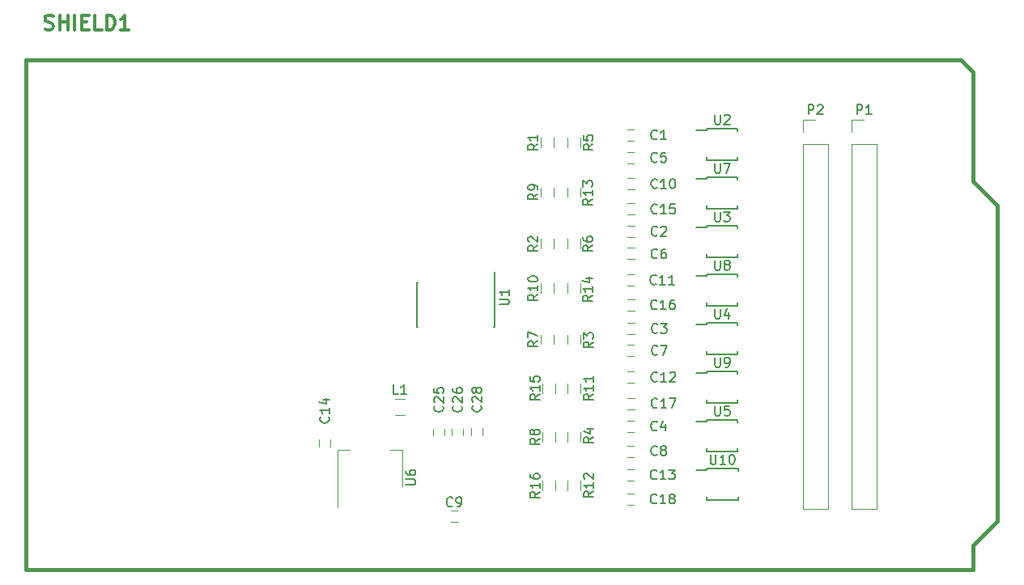
<source format=gbr>
G04 #@! TF.FileFunction,Legend,Top*
%FSLAX46Y46*%
G04 Gerber Fmt 4.6, Leading zero omitted, Abs format (unit mm)*
G04 Created by KiCad (PCBNEW 4.0.5) date Thursday, 11 May 2017 'PMt' 15:34:45*
%MOMM*%
%LPD*%
G01*
G04 APERTURE LIST*
%ADD10C,0.100000*%
%ADD11C,0.120000*%
%ADD12C,0.150000*%
%ADD13C,0.381000*%
%ADD14C,0.304800*%
G04 APERTURE END LIST*
D10*
D11*
X179010000Y-85090000D02*
X179010000Y-123250000D01*
X179010000Y-123250000D02*
X181670000Y-123250000D01*
X181670000Y-123250000D02*
X181670000Y-85090000D01*
X181670000Y-85090000D02*
X179010000Y-85090000D01*
X179010000Y-83820000D02*
X179010000Y-82490000D01*
X179010000Y-82490000D02*
X180340000Y-82490000D01*
X155600000Y-83500000D02*
X156300000Y-83500000D01*
X156300000Y-84700000D02*
X155600000Y-84700000D01*
X155621200Y-93583200D02*
X156321200Y-93583200D01*
X156321200Y-94783200D02*
X155621200Y-94783200D01*
X155621200Y-103794000D02*
X156321200Y-103794000D01*
X156321200Y-104994000D02*
X155621200Y-104994000D01*
X155600000Y-114000000D02*
X156300000Y-114000000D01*
X156300000Y-115200000D02*
X155600000Y-115200000D01*
X155600000Y-85900000D02*
X156300000Y-85900000D01*
X156300000Y-87100000D02*
X155600000Y-87100000D01*
X155621200Y-95920000D02*
X156321200Y-95920000D01*
X156321200Y-97120000D02*
X155621200Y-97120000D01*
X155600000Y-106080000D02*
X156300000Y-106080000D01*
X156300000Y-107280000D02*
X155600000Y-107280000D01*
X155600000Y-116600000D02*
X156300000Y-116600000D01*
X156300000Y-117800000D02*
X155600000Y-117800000D01*
X137800000Y-124600000D02*
X137100000Y-124600000D01*
X137100000Y-123400000D02*
X137800000Y-123400000D01*
X155621200Y-88604800D02*
X156321200Y-88604800D01*
X156321200Y-89804800D02*
X155621200Y-89804800D01*
X155600000Y-98714000D02*
X156300000Y-98714000D01*
X156300000Y-99914000D02*
X155600000Y-99914000D01*
X155600000Y-108874000D02*
X156300000Y-108874000D01*
X156300000Y-110074000D02*
X155600000Y-110074000D01*
X155600000Y-119084800D02*
X156300000Y-119084800D01*
X156300000Y-120284800D02*
X155600000Y-120284800D01*
X124500000Y-116000000D02*
X124500000Y-116700000D01*
X123300000Y-116700000D02*
X123300000Y-116000000D01*
X155621200Y-91246400D02*
X156321200Y-91246400D01*
X156321200Y-92446400D02*
X155621200Y-92446400D01*
X155621200Y-101304800D02*
X156321200Y-101304800D01*
X156321200Y-102504800D02*
X155621200Y-102504800D01*
X155621200Y-111600000D02*
X156321200Y-111600000D01*
X156321200Y-112800000D02*
X155621200Y-112800000D01*
X155600000Y-121600000D02*
X156300000Y-121600000D01*
X156300000Y-122800000D02*
X155600000Y-122800000D01*
X136430000Y-114840000D02*
X136430000Y-115540000D01*
X135230000Y-115540000D02*
X135230000Y-114840000D01*
X138430000Y-114840000D02*
X138430000Y-115540000D01*
X137230000Y-115540000D02*
X137230000Y-114840000D01*
X140430000Y-114800000D02*
X140430000Y-115500000D01*
X139230000Y-115500000D02*
X139230000Y-114800000D01*
X132280000Y-111690000D02*
X131280000Y-111690000D01*
X131280000Y-113390000D02*
X132280000Y-113390000D01*
X173930000Y-85090000D02*
X173930000Y-123250000D01*
X173930000Y-123250000D02*
X176590000Y-123250000D01*
X176590000Y-123250000D02*
X176590000Y-85090000D01*
X176590000Y-85090000D02*
X173930000Y-85090000D01*
X173930000Y-83820000D02*
X173930000Y-82490000D01*
X173930000Y-82490000D02*
X175260000Y-82490000D01*
X147880000Y-84400000D02*
X147880000Y-85400000D01*
X146520000Y-85400000D02*
X146520000Y-84400000D01*
X147880000Y-95000000D02*
X147880000Y-96000000D01*
X146520000Y-96000000D02*
X146520000Y-95000000D01*
X150680000Y-105000000D02*
X150680000Y-106000000D01*
X149320000Y-106000000D02*
X149320000Y-105000000D01*
X150680000Y-115200000D02*
X150680000Y-116200000D01*
X149320000Y-116200000D02*
X149320000Y-115200000D01*
X150680000Y-84400000D02*
X150680000Y-85400000D01*
X149320000Y-85400000D02*
X149320000Y-84400000D01*
X150680000Y-95000000D02*
X150680000Y-96000000D01*
X149320000Y-96000000D02*
X149320000Y-95000000D01*
X147880000Y-105000000D02*
X147880000Y-106000000D01*
X146520000Y-106000000D02*
X146520000Y-105000000D01*
X148080000Y-115200000D02*
X148080000Y-116200000D01*
X146720000Y-116200000D02*
X146720000Y-115200000D01*
X147880000Y-89600000D02*
X147880000Y-90600000D01*
X146520000Y-90600000D02*
X146520000Y-89600000D01*
X147880000Y-99660000D02*
X147880000Y-100660000D01*
X146520000Y-100660000D02*
X146520000Y-99660000D01*
X150680000Y-110100000D02*
X150680000Y-111100000D01*
X149320000Y-111100000D02*
X149320000Y-110100000D01*
X150680000Y-120300000D02*
X150680000Y-121300000D01*
X149320000Y-121300000D02*
X149320000Y-120300000D01*
X150680000Y-89600000D02*
X150680000Y-90600000D01*
X149320000Y-90600000D02*
X149320000Y-89600000D01*
X150680000Y-99660000D02*
X150680000Y-100660000D01*
X149320000Y-100660000D02*
X149320000Y-99660000D01*
X148080000Y-110100000D02*
X148080000Y-111100000D01*
X146720000Y-111100000D02*
X146720000Y-110100000D01*
X148080000Y-120300000D02*
X148080000Y-121300000D01*
X146720000Y-121300000D02*
X146720000Y-120300000D01*
D12*
X141650000Y-104175000D02*
X141625000Y-104175000D01*
X133600000Y-104175000D02*
X133625000Y-104175000D01*
X133600000Y-99525000D02*
X133625000Y-99525000D01*
X141700000Y-98450000D02*
X141700000Y-104175000D01*
X133600000Y-99525000D02*
X133600000Y-104175000D01*
X163865000Y-83465000D02*
X163865000Y-83640000D01*
X167115000Y-83465000D02*
X167115000Y-83740000D01*
X167115000Y-86715000D02*
X167115000Y-86440000D01*
X163865000Y-86715000D02*
X163865000Y-86440000D01*
X163865000Y-83465000D02*
X167115000Y-83465000D01*
X163865000Y-86715000D02*
X167115000Y-86715000D01*
X163865000Y-83640000D02*
X162790000Y-83640000D01*
X163865000Y-93625000D02*
X163865000Y-93800000D01*
X167115000Y-93625000D02*
X167115000Y-93900000D01*
X167115000Y-96875000D02*
X167115000Y-96600000D01*
X163865000Y-96875000D02*
X163865000Y-96600000D01*
X163865000Y-93625000D02*
X167115000Y-93625000D01*
X163865000Y-96875000D02*
X167115000Y-96875000D01*
X163865000Y-93800000D02*
X162790000Y-93800000D01*
X163865000Y-103785000D02*
X163865000Y-103960000D01*
X167115000Y-103785000D02*
X167115000Y-104060000D01*
X167115000Y-107035000D02*
X167115000Y-106760000D01*
X163865000Y-107035000D02*
X163865000Y-106760000D01*
X163865000Y-103785000D02*
X167115000Y-103785000D01*
X163865000Y-107035000D02*
X167115000Y-107035000D01*
X163865000Y-103960000D02*
X162790000Y-103960000D01*
X163865000Y-113945000D02*
X163865000Y-114120000D01*
X167115000Y-113945000D02*
X167115000Y-114220000D01*
X167115000Y-117195000D02*
X167115000Y-116920000D01*
X163865000Y-117195000D02*
X163865000Y-116920000D01*
X163865000Y-113945000D02*
X167115000Y-113945000D01*
X163865000Y-117195000D02*
X167115000Y-117195000D01*
X163865000Y-114120000D02*
X162790000Y-114120000D01*
D11*
X132060000Y-117080000D02*
X130800000Y-117080000D01*
X125240000Y-117080000D02*
X126500000Y-117080000D01*
X132060000Y-120840000D02*
X132060000Y-117080000D01*
X125240000Y-123090000D02*
X125240000Y-117080000D01*
D12*
X163865000Y-88545000D02*
X163865000Y-88720000D01*
X167115000Y-88545000D02*
X167115000Y-88820000D01*
X167115000Y-91795000D02*
X167115000Y-91520000D01*
X163865000Y-91795000D02*
X163865000Y-91520000D01*
X163865000Y-88545000D02*
X167115000Y-88545000D01*
X163865000Y-91795000D02*
X167115000Y-91795000D01*
X163865000Y-88720000D02*
X162790000Y-88720000D01*
X163865000Y-98705000D02*
X163865000Y-98880000D01*
X167115000Y-98705000D02*
X167115000Y-98980000D01*
X167115000Y-101955000D02*
X167115000Y-101680000D01*
X163865000Y-101955000D02*
X163865000Y-101680000D01*
X163865000Y-98705000D02*
X167115000Y-98705000D01*
X163865000Y-101955000D02*
X167115000Y-101955000D01*
X163865000Y-98880000D02*
X162790000Y-98880000D01*
X163865000Y-108865000D02*
X163865000Y-109040000D01*
X167115000Y-108865000D02*
X167115000Y-109140000D01*
X167115000Y-112115000D02*
X167115000Y-111840000D01*
X163865000Y-112115000D02*
X163865000Y-111840000D01*
X163865000Y-108865000D02*
X167115000Y-108865000D01*
X163865000Y-112115000D02*
X167115000Y-112115000D01*
X163865000Y-109040000D02*
X162790000Y-109040000D01*
X163890400Y-119025000D02*
X163890400Y-119200000D01*
X167140400Y-119025000D02*
X167140400Y-119300000D01*
X167140400Y-122275000D02*
X167140400Y-122000000D01*
X163890400Y-122275000D02*
X163890400Y-122000000D01*
X163890400Y-119025000D02*
X167140400Y-119025000D01*
X163890400Y-122275000D02*
X167140400Y-122275000D01*
X163890400Y-119200000D02*
X162815400Y-119200000D01*
D13*
X191765000Y-129550000D02*
X92705000Y-129550000D01*
X190495000Y-76210000D02*
X92705000Y-76210000D01*
X191765000Y-88910000D02*
X191765000Y-77480000D01*
X191765000Y-77480000D02*
X190495000Y-76210000D01*
X92705000Y-129550000D02*
X92705000Y-76210000D01*
X191765000Y-88910000D02*
X194305000Y-91450000D01*
X194305000Y-91450000D02*
X194305000Y-124470000D01*
X194305000Y-124470000D02*
X191765000Y-127010000D01*
X191765000Y-127010000D02*
X191765000Y-129550000D01*
D12*
X179601905Y-81942381D02*
X179601905Y-80942381D01*
X179982858Y-80942381D01*
X180078096Y-80990000D01*
X180125715Y-81037619D01*
X180173334Y-81132857D01*
X180173334Y-81275714D01*
X180125715Y-81370952D01*
X180078096Y-81418571D01*
X179982858Y-81466190D01*
X179601905Y-81466190D01*
X181125715Y-81942381D02*
X180554286Y-81942381D01*
X180840000Y-81942381D02*
X180840000Y-80942381D01*
X180744762Y-81085238D01*
X180649524Y-81180476D01*
X180554286Y-81228095D01*
X158684934Y-84481943D02*
X158637315Y-84529562D01*
X158494458Y-84577181D01*
X158399220Y-84577181D01*
X158256362Y-84529562D01*
X158161124Y-84434324D01*
X158113505Y-84339086D01*
X158065886Y-84148610D01*
X158065886Y-84005752D01*
X158113505Y-83815276D01*
X158161124Y-83720038D01*
X158256362Y-83624800D01*
X158399220Y-83577181D01*
X158494458Y-83577181D01*
X158637315Y-83624800D01*
X158684934Y-83672419D01*
X159637315Y-84577181D02*
X159065886Y-84577181D01*
X159351600Y-84577181D02*
X159351600Y-83577181D01*
X159256362Y-83720038D01*
X159161124Y-83815276D01*
X159065886Y-83862895D01*
X158707734Y-94574343D02*
X158660115Y-94621962D01*
X158517258Y-94669581D01*
X158422020Y-94669581D01*
X158279162Y-94621962D01*
X158183924Y-94526724D01*
X158136305Y-94431486D01*
X158088686Y-94241010D01*
X158088686Y-94098152D01*
X158136305Y-93907676D01*
X158183924Y-93812438D01*
X158279162Y-93717200D01*
X158422020Y-93669581D01*
X158517258Y-93669581D01*
X158660115Y-93717200D01*
X158707734Y-93764819D01*
X159088686Y-93764819D02*
X159136305Y-93717200D01*
X159231543Y-93669581D01*
X159469639Y-93669581D01*
X159564877Y-93717200D01*
X159612496Y-93764819D01*
X159660115Y-93860057D01*
X159660115Y-93955295D01*
X159612496Y-94098152D01*
X159041067Y-94669581D01*
X159660115Y-94669581D01*
X158735734Y-104751143D02*
X158688115Y-104798762D01*
X158545258Y-104846381D01*
X158450020Y-104846381D01*
X158307162Y-104798762D01*
X158211924Y-104703524D01*
X158164305Y-104608286D01*
X158116686Y-104417810D01*
X158116686Y-104274952D01*
X158164305Y-104084476D01*
X158211924Y-103989238D01*
X158307162Y-103894000D01*
X158450020Y-103846381D01*
X158545258Y-103846381D01*
X158688115Y-103894000D01*
X158735734Y-103941619D01*
X159069067Y-103846381D02*
X159688115Y-103846381D01*
X159354781Y-104227333D01*
X159497639Y-104227333D01*
X159592877Y-104274952D01*
X159640496Y-104322571D01*
X159688115Y-104417810D01*
X159688115Y-104655905D01*
X159640496Y-104751143D01*
X159592877Y-104798762D01*
X159497639Y-104846381D01*
X159211924Y-104846381D01*
X159116686Y-104798762D01*
X159069067Y-104751143D01*
X158684934Y-114961943D02*
X158637315Y-115009562D01*
X158494458Y-115057181D01*
X158399220Y-115057181D01*
X158256362Y-115009562D01*
X158161124Y-114914324D01*
X158113505Y-114819086D01*
X158065886Y-114628610D01*
X158065886Y-114485752D01*
X158113505Y-114295276D01*
X158161124Y-114200038D01*
X158256362Y-114104800D01*
X158399220Y-114057181D01*
X158494458Y-114057181D01*
X158637315Y-114104800D01*
X158684934Y-114152419D01*
X159542077Y-114390514D02*
X159542077Y-115057181D01*
X159303981Y-114009562D02*
X159065886Y-114723848D01*
X159684934Y-114723848D01*
X158684934Y-86869543D02*
X158637315Y-86917162D01*
X158494458Y-86964781D01*
X158399220Y-86964781D01*
X158256362Y-86917162D01*
X158161124Y-86821924D01*
X158113505Y-86726686D01*
X158065886Y-86536210D01*
X158065886Y-86393352D01*
X158113505Y-86202876D01*
X158161124Y-86107638D01*
X158256362Y-86012400D01*
X158399220Y-85964781D01*
X158494458Y-85964781D01*
X158637315Y-86012400D01*
X158684934Y-86060019D01*
X159589696Y-85964781D02*
X159113505Y-85964781D01*
X159065886Y-86440971D01*
X159113505Y-86393352D01*
X159208743Y-86345733D01*
X159446839Y-86345733D01*
X159542077Y-86393352D01*
X159589696Y-86440971D01*
X159637315Y-86536210D01*
X159637315Y-86774305D01*
X159589696Y-86869543D01*
X159542077Y-86917162D01*
X159446839Y-86964781D01*
X159208743Y-86964781D01*
X159113505Y-86917162D01*
X159065886Y-86869543D01*
X158715334Y-96927943D02*
X158667715Y-96975562D01*
X158524858Y-97023181D01*
X158429620Y-97023181D01*
X158286762Y-96975562D01*
X158191524Y-96880324D01*
X158143905Y-96785086D01*
X158096286Y-96594610D01*
X158096286Y-96451752D01*
X158143905Y-96261276D01*
X158191524Y-96166038D01*
X158286762Y-96070800D01*
X158429620Y-96023181D01*
X158524858Y-96023181D01*
X158667715Y-96070800D01*
X158715334Y-96118419D01*
X159572477Y-96023181D02*
X159382000Y-96023181D01*
X159286762Y-96070800D01*
X159239143Y-96118419D01*
X159143905Y-96261276D01*
X159096286Y-96451752D01*
X159096286Y-96832705D01*
X159143905Y-96927943D01*
X159191524Y-96975562D01*
X159286762Y-97023181D01*
X159477239Y-97023181D01*
X159572477Y-96975562D01*
X159620096Y-96927943D01*
X159667715Y-96832705D01*
X159667715Y-96594610D01*
X159620096Y-96499371D01*
X159572477Y-96451752D01*
X159477239Y-96404133D01*
X159286762Y-96404133D01*
X159191524Y-96451752D01*
X159143905Y-96499371D01*
X159096286Y-96594610D01*
X158744934Y-107037143D02*
X158697315Y-107084762D01*
X158554458Y-107132381D01*
X158459220Y-107132381D01*
X158316362Y-107084762D01*
X158221124Y-106989524D01*
X158173505Y-106894286D01*
X158125886Y-106703810D01*
X158125886Y-106560952D01*
X158173505Y-106370476D01*
X158221124Y-106275238D01*
X158316362Y-106180000D01*
X158459220Y-106132381D01*
X158554458Y-106132381D01*
X158697315Y-106180000D01*
X158744934Y-106227619D01*
X159078267Y-106132381D02*
X159744934Y-106132381D01*
X159316362Y-107132381D01*
X158684934Y-117552743D02*
X158637315Y-117600362D01*
X158494458Y-117647981D01*
X158399220Y-117647981D01*
X158256362Y-117600362D01*
X158161124Y-117505124D01*
X158113505Y-117409886D01*
X158065886Y-117219410D01*
X158065886Y-117076552D01*
X158113505Y-116886076D01*
X158161124Y-116790838D01*
X158256362Y-116695600D01*
X158399220Y-116647981D01*
X158494458Y-116647981D01*
X158637315Y-116695600D01*
X158684934Y-116743219D01*
X159256362Y-117076552D02*
X159161124Y-117028933D01*
X159113505Y-116981314D01*
X159065886Y-116886076D01*
X159065886Y-116838457D01*
X159113505Y-116743219D01*
X159161124Y-116695600D01*
X159256362Y-116647981D01*
X159446839Y-116647981D01*
X159542077Y-116695600D01*
X159589696Y-116743219D01*
X159637315Y-116838457D01*
X159637315Y-116886076D01*
X159589696Y-116981314D01*
X159542077Y-117028933D01*
X159446839Y-117076552D01*
X159256362Y-117076552D01*
X159161124Y-117124171D01*
X159113505Y-117171790D01*
X159065886Y-117267029D01*
X159065886Y-117457505D01*
X159113505Y-117552743D01*
X159161124Y-117600362D01*
X159256362Y-117647981D01*
X159446839Y-117647981D01*
X159542077Y-117600362D01*
X159589696Y-117552743D01*
X159637315Y-117457505D01*
X159637315Y-117267029D01*
X159589696Y-117171790D01*
X159542077Y-117124171D01*
X159446839Y-117076552D01*
X137283334Y-122912143D02*
X137235715Y-122959762D01*
X137092858Y-123007381D01*
X136997620Y-123007381D01*
X136854762Y-122959762D01*
X136759524Y-122864524D01*
X136711905Y-122769286D01*
X136664286Y-122578810D01*
X136664286Y-122435952D01*
X136711905Y-122245476D01*
X136759524Y-122150238D01*
X136854762Y-122055000D01*
X136997620Y-122007381D01*
X137092858Y-122007381D01*
X137235715Y-122055000D01*
X137283334Y-122102619D01*
X137759524Y-123007381D02*
X137950000Y-123007381D01*
X138045239Y-122959762D01*
X138092858Y-122912143D01*
X138188096Y-122769286D01*
X138235715Y-122578810D01*
X138235715Y-122197857D01*
X138188096Y-122102619D01*
X138140477Y-122055000D01*
X138045239Y-122007381D01*
X137854762Y-122007381D01*
X137759524Y-122055000D01*
X137711905Y-122102619D01*
X137664286Y-122197857D01*
X137664286Y-122435952D01*
X137711905Y-122531190D01*
X137759524Y-122578810D01*
X137854762Y-122626429D01*
X138045239Y-122626429D01*
X138140477Y-122578810D01*
X138188096Y-122531190D01*
X138235715Y-122435952D01*
X158688743Y-89617543D02*
X158641124Y-89665162D01*
X158498267Y-89712781D01*
X158403029Y-89712781D01*
X158260171Y-89665162D01*
X158164933Y-89569924D01*
X158117314Y-89474686D01*
X158069695Y-89284210D01*
X158069695Y-89141352D01*
X158117314Y-88950876D01*
X158164933Y-88855638D01*
X158260171Y-88760400D01*
X158403029Y-88712781D01*
X158498267Y-88712781D01*
X158641124Y-88760400D01*
X158688743Y-88808019D01*
X159641124Y-89712781D02*
X159069695Y-89712781D01*
X159355409Y-89712781D02*
X159355409Y-88712781D01*
X159260171Y-88855638D01*
X159164933Y-88950876D01*
X159069695Y-88998495D01*
X160260171Y-88712781D02*
X160355410Y-88712781D01*
X160450648Y-88760400D01*
X160498267Y-88808019D01*
X160545886Y-88903257D01*
X160593505Y-89093733D01*
X160593505Y-89331829D01*
X160545886Y-89522305D01*
X160498267Y-89617543D01*
X160450648Y-89665162D01*
X160355410Y-89712781D01*
X160260171Y-89712781D01*
X160164933Y-89665162D01*
X160117314Y-89617543D01*
X160069695Y-89522305D01*
X160022076Y-89331829D01*
X160022076Y-89093733D01*
X160069695Y-88903257D01*
X160117314Y-88808019D01*
X160164933Y-88760400D01*
X160260171Y-88712781D01*
X158593943Y-99671143D02*
X158546324Y-99718762D01*
X158403467Y-99766381D01*
X158308229Y-99766381D01*
X158165371Y-99718762D01*
X158070133Y-99623524D01*
X158022514Y-99528286D01*
X157974895Y-99337810D01*
X157974895Y-99194952D01*
X158022514Y-99004476D01*
X158070133Y-98909238D01*
X158165371Y-98814000D01*
X158308229Y-98766381D01*
X158403467Y-98766381D01*
X158546324Y-98814000D01*
X158593943Y-98861619D01*
X159546324Y-99766381D02*
X158974895Y-99766381D01*
X159260609Y-99766381D02*
X159260609Y-98766381D01*
X159165371Y-98909238D01*
X159070133Y-99004476D01*
X158974895Y-99052095D01*
X160498705Y-99766381D02*
X159927276Y-99766381D01*
X160212990Y-99766381D02*
X160212990Y-98766381D01*
X160117752Y-98909238D01*
X160022514Y-99004476D01*
X159927276Y-99052095D01*
X158695543Y-109831143D02*
X158647924Y-109878762D01*
X158505067Y-109926381D01*
X158409829Y-109926381D01*
X158266971Y-109878762D01*
X158171733Y-109783524D01*
X158124114Y-109688286D01*
X158076495Y-109497810D01*
X158076495Y-109354952D01*
X158124114Y-109164476D01*
X158171733Y-109069238D01*
X158266971Y-108974000D01*
X158409829Y-108926381D01*
X158505067Y-108926381D01*
X158647924Y-108974000D01*
X158695543Y-109021619D01*
X159647924Y-109926381D02*
X159076495Y-109926381D01*
X159362209Y-109926381D02*
X159362209Y-108926381D01*
X159266971Y-109069238D01*
X159171733Y-109164476D01*
X159076495Y-109212095D01*
X160028876Y-109021619D02*
X160076495Y-108974000D01*
X160171733Y-108926381D01*
X160409829Y-108926381D01*
X160505067Y-108974000D01*
X160552686Y-109021619D01*
X160600305Y-109116857D01*
X160600305Y-109212095D01*
X160552686Y-109354952D01*
X159981257Y-109926381D01*
X160600305Y-109926381D01*
X158644743Y-120041943D02*
X158597124Y-120089562D01*
X158454267Y-120137181D01*
X158359029Y-120137181D01*
X158216171Y-120089562D01*
X158120933Y-119994324D01*
X158073314Y-119899086D01*
X158025695Y-119708610D01*
X158025695Y-119565752D01*
X158073314Y-119375276D01*
X158120933Y-119280038D01*
X158216171Y-119184800D01*
X158359029Y-119137181D01*
X158454267Y-119137181D01*
X158597124Y-119184800D01*
X158644743Y-119232419D01*
X159597124Y-120137181D02*
X159025695Y-120137181D01*
X159311409Y-120137181D02*
X159311409Y-119137181D01*
X159216171Y-119280038D01*
X159120933Y-119375276D01*
X159025695Y-119422895D01*
X159930457Y-119137181D02*
X160549505Y-119137181D01*
X160216171Y-119518133D01*
X160359029Y-119518133D01*
X160454267Y-119565752D01*
X160501886Y-119613371D01*
X160549505Y-119708610D01*
X160549505Y-119946705D01*
X160501886Y-120041943D01*
X160454267Y-120089562D01*
X160359029Y-120137181D01*
X160073314Y-120137181D01*
X159978076Y-120089562D01*
X159930457Y-120041943D01*
X124309143Y-113609357D02*
X124356762Y-113656976D01*
X124404381Y-113799833D01*
X124404381Y-113895071D01*
X124356762Y-114037929D01*
X124261524Y-114133167D01*
X124166286Y-114180786D01*
X123975810Y-114228405D01*
X123832952Y-114228405D01*
X123642476Y-114180786D01*
X123547238Y-114133167D01*
X123452000Y-114037929D01*
X123404381Y-113895071D01*
X123404381Y-113799833D01*
X123452000Y-113656976D01*
X123499619Y-113609357D01*
X124404381Y-112656976D02*
X124404381Y-113228405D01*
X124404381Y-112942691D02*
X123404381Y-112942691D01*
X123547238Y-113037929D01*
X123642476Y-113133167D01*
X123690095Y-113228405D01*
X123737714Y-111799833D02*
X124404381Y-111799833D01*
X123356762Y-112037929D02*
X124071048Y-112276024D01*
X124071048Y-111656976D01*
X158688743Y-92249943D02*
X158641124Y-92297562D01*
X158498267Y-92345181D01*
X158403029Y-92345181D01*
X158260171Y-92297562D01*
X158164933Y-92202324D01*
X158117314Y-92107086D01*
X158069695Y-91916610D01*
X158069695Y-91773752D01*
X158117314Y-91583276D01*
X158164933Y-91488038D01*
X158260171Y-91392800D01*
X158403029Y-91345181D01*
X158498267Y-91345181D01*
X158641124Y-91392800D01*
X158688743Y-91440419D01*
X159641124Y-92345181D02*
X159069695Y-92345181D01*
X159355409Y-92345181D02*
X159355409Y-91345181D01*
X159260171Y-91488038D01*
X159164933Y-91583276D01*
X159069695Y-91630895D01*
X160545886Y-91345181D02*
X160069695Y-91345181D01*
X160022076Y-91821371D01*
X160069695Y-91773752D01*
X160164933Y-91726133D01*
X160403029Y-91726133D01*
X160498267Y-91773752D01*
X160545886Y-91821371D01*
X160593505Y-91916610D01*
X160593505Y-92154705D01*
X160545886Y-92249943D01*
X160498267Y-92297562D01*
X160403029Y-92345181D01*
X160164933Y-92345181D01*
X160069695Y-92297562D01*
X160022076Y-92249943D01*
X158665943Y-102261943D02*
X158618324Y-102309562D01*
X158475467Y-102357181D01*
X158380229Y-102357181D01*
X158237371Y-102309562D01*
X158142133Y-102214324D01*
X158094514Y-102119086D01*
X158046895Y-101928610D01*
X158046895Y-101785752D01*
X158094514Y-101595276D01*
X158142133Y-101500038D01*
X158237371Y-101404800D01*
X158380229Y-101357181D01*
X158475467Y-101357181D01*
X158618324Y-101404800D01*
X158665943Y-101452419D01*
X159618324Y-102357181D02*
X159046895Y-102357181D01*
X159332609Y-102357181D02*
X159332609Y-101357181D01*
X159237371Y-101500038D01*
X159142133Y-101595276D01*
X159046895Y-101642895D01*
X160475467Y-101357181D02*
X160284990Y-101357181D01*
X160189752Y-101404800D01*
X160142133Y-101452419D01*
X160046895Y-101595276D01*
X159999276Y-101785752D01*
X159999276Y-102166705D01*
X160046895Y-102261943D01*
X160094514Y-102309562D01*
X160189752Y-102357181D01*
X160380229Y-102357181D01*
X160475467Y-102309562D01*
X160523086Y-102261943D01*
X160570705Y-102166705D01*
X160570705Y-101928610D01*
X160523086Y-101833371D01*
X160475467Y-101785752D01*
X160380229Y-101738133D01*
X160189752Y-101738133D01*
X160094514Y-101785752D01*
X160046895Y-101833371D01*
X159999276Y-101928610D01*
X158716743Y-112574343D02*
X158669124Y-112621962D01*
X158526267Y-112669581D01*
X158431029Y-112669581D01*
X158288171Y-112621962D01*
X158192933Y-112526724D01*
X158145314Y-112431486D01*
X158097695Y-112241010D01*
X158097695Y-112098152D01*
X158145314Y-111907676D01*
X158192933Y-111812438D01*
X158288171Y-111717200D01*
X158431029Y-111669581D01*
X158526267Y-111669581D01*
X158669124Y-111717200D01*
X158716743Y-111764819D01*
X159669124Y-112669581D02*
X159097695Y-112669581D01*
X159383409Y-112669581D02*
X159383409Y-111669581D01*
X159288171Y-111812438D01*
X159192933Y-111907676D01*
X159097695Y-111955295D01*
X160002457Y-111669581D02*
X160669124Y-111669581D01*
X160240552Y-112669581D01*
X158644743Y-122581943D02*
X158597124Y-122629562D01*
X158454267Y-122677181D01*
X158359029Y-122677181D01*
X158216171Y-122629562D01*
X158120933Y-122534324D01*
X158073314Y-122439086D01*
X158025695Y-122248610D01*
X158025695Y-122105752D01*
X158073314Y-121915276D01*
X158120933Y-121820038D01*
X158216171Y-121724800D01*
X158359029Y-121677181D01*
X158454267Y-121677181D01*
X158597124Y-121724800D01*
X158644743Y-121772419D01*
X159597124Y-122677181D02*
X159025695Y-122677181D01*
X159311409Y-122677181D02*
X159311409Y-121677181D01*
X159216171Y-121820038D01*
X159120933Y-121915276D01*
X159025695Y-121962895D01*
X160168552Y-122105752D02*
X160073314Y-122058133D01*
X160025695Y-122010514D01*
X159978076Y-121915276D01*
X159978076Y-121867657D01*
X160025695Y-121772419D01*
X160073314Y-121724800D01*
X160168552Y-121677181D01*
X160359029Y-121677181D01*
X160454267Y-121724800D01*
X160501886Y-121772419D01*
X160549505Y-121867657D01*
X160549505Y-121915276D01*
X160501886Y-122010514D01*
X160454267Y-122058133D01*
X160359029Y-122105752D01*
X160168552Y-122105752D01*
X160073314Y-122153371D01*
X160025695Y-122200990D01*
X159978076Y-122296229D01*
X159978076Y-122486705D01*
X160025695Y-122581943D01*
X160073314Y-122629562D01*
X160168552Y-122677181D01*
X160359029Y-122677181D01*
X160454267Y-122629562D01*
X160501886Y-122581943D01*
X160549505Y-122486705D01*
X160549505Y-122296229D01*
X160501886Y-122200990D01*
X160454267Y-122153371D01*
X160359029Y-122105752D01*
X136247143Y-112466357D02*
X136294762Y-112513976D01*
X136342381Y-112656833D01*
X136342381Y-112752071D01*
X136294762Y-112894929D01*
X136199524Y-112990167D01*
X136104286Y-113037786D01*
X135913810Y-113085405D01*
X135770952Y-113085405D01*
X135580476Y-113037786D01*
X135485238Y-112990167D01*
X135390000Y-112894929D01*
X135342381Y-112752071D01*
X135342381Y-112656833D01*
X135390000Y-112513976D01*
X135437619Y-112466357D01*
X135437619Y-112085405D02*
X135390000Y-112037786D01*
X135342381Y-111942548D01*
X135342381Y-111704452D01*
X135390000Y-111609214D01*
X135437619Y-111561595D01*
X135532857Y-111513976D01*
X135628095Y-111513976D01*
X135770952Y-111561595D01*
X136342381Y-112133024D01*
X136342381Y-111513976D01*
X135342381Y-110609214D02*
X135342381Y-111085405D01*
X135818571Y-111133024D01*
X135770952Y-111085405D01*
X135723333Y-110990167D01*
X135723333Y-110752071D01*
X135770952Y-110656833D01*
X135818571Y-110609214D01*
X135913810Y-110561595D01*
X136151905Y-110561595D01*
X136247143Y-110609214D01*
X136294762Y-110656833D01*
X136342381Y-110752071D01*
X136342381Y-110990167D01*
X136294762Y-111085405D01*
X136247143Y-111133024D01*
X138215643Y-112466357D02*
X138263262Y-112513976D01*
X138310881Y-112656833D01*
X138310881Y-112752071D01*
X138263262Y-112894929D01*
X138168024Y-112990167D01*
X138072786Y-113037786D01*
X137882310Y-113085405D01*
X137739452Y-113085405D01*
X137548976Y-113037786D01*
X137453738Y-112990167D01*
X137358500Y-112894929D01*
X137310881Y-112752071D01*
X137310881Y-112656833D01*
X137358500Y-112513976D01*
X137406119Y-112466357D01*
X137406119Y-112085405D02*
X137358500Y-112037786D01*
X137310881Y-111942548D01*
X137310881Y-111704452D01*
X137358500Y-111609214D01*
X137406119Y-111561595D01*
X137501357Y-111513976D01*
X137596595Y-111513976D01*
X137739452Y-111561595D01*
X138310881Y-112133024D01*
X138310881Y-111513976D01*
X137310881Y-110656833D02*
X137310881Y-110847310D01*
X137358500Y-110942548D01*
X137406119Y-110990167D01*
X137548976Y-111085405D01*
X137739452Y-111133024D01*
X138120405Y-111133024D01*
X138215643Y-111085405D01*
X138263262Y-111037786D01*
X138310881Y-110942548D01*
X138310881Y-110752071D01*
X138263262Y-110656833D01*
X138215643Y-110609214D01*
X138120405Y-110561595D01*
X137882310Y-110561595D01*
X137787071Y-110609214D01*
X137739452Y-110656833D01*
X137691833Y-110752071D01*
X137691833Y-110942548D01*
X137739452Y-111037786D01*
X137787071Y-111085405D01*
X137882310Y-111133024D01*
X140247643Y-112426357D02*
X140295262Y-112473976D01*
X140342881Y-112616833D01*
X140342881Y-112712071D01*
X140295262Y-112854929D01*
X140200024Y-112950167D01*
X140104786Y-112997786D01*
X139914310Y-113045405D01*
X139771452Y-113045405D01*
X139580976Y-112997786D01*
X139485738Y-112950167D01*
X139390500Y-112854929D01*
X139342881Y-112712071D01*
X139342881Y-112616833D01*
X139390500Y-112473976D01*
X139438119Y-112426357D01*
X139438119Y-112045405D02*
X139390500Y-111997786D01*
X139342881Y-111902548D01*
X139342881Y-111664452D01*
X139390500Y-111569214D01*
X139438119Y-111521595D01*
X139533357Y-111473976D01*
X139628595Y-111473976D01*
X139771452Y-111521595D01*
X140342881Y-112093024D01*
X140342881Y-111473976D01*
X139771452Y-110902548D02*
X139723833Y-110997786D01*
X139676214Y-111045405D01*
X139580976Y-111093024D01*
X139533357Y-111093024D01*
X139438119Y-111045405D01*
X139390500Y-110997786D01*
X139342881Y-110902548D01*
X139342881Y-110712071D01*
X139390500Y-110616833D01*
X139438119Y-110569214D01*
X139533357Y-110521595D01*
X139580976Y-110521595D01*
X139676214Y-110569214D01*
X139723833Y-110616833D01*
X139771452Y-110712071D01*
X139771452Y-110902548D01*
X139819071Y-110997786D01*
X139866690Y-111045405D01*
X139961929Y-111093024D01*
X140152405Y-111093024D01*
X140247643Y-111045405D01*
X140295262Y-110997786D01*
X140342881Y-110902548D01*
X140342881Y-110712071D01*
X140295262Y-110616833D01*
X140247643Y-110569214D01*
X140152405Y-110521595D01*
X139961929Y-110521595D01*
X139866690Y-110569214D01*
X139819071Y-110616833D01*
X139771452Y-110712071D01*
X131613334Y-111242381D02*
X131137143Y-111242381D01*
X131137143Y-110242381D01*
X132470477Y-111242381D02*
X131899048Y-111242381D01*
X132184762Y-111242381D02*
X132184762Y-110242381D01*
X132089524Y-110385238D01*
X131994286Y-110480476D01*
X131899048Y-110528095D01*
X174521905Y-81942381D02*
X174521905Y-80942381D01*
X174902858Y-80942381D01*
X174998096Y-80990000D01*
X175045715Y-81037619D01*
X175093334Y-81132857D01*
X175093334Y-81275714D01*
X175045715Y-81370952D01*
X174998096Y-81418571D01*
X174902858Y-81466190D01*
X174521905Y-81466190D01*
X175474286Y-81037619D02*
X175521905Y-80990000D01*
X175617143Y-80942381D01*
X175855239Y-80942381D01*
X175950477Y-80990000D01*
X175998096Y-81037619D01*
X176045715Y-81132857D01*
X176045715Y-81228095D01*
X175998096Y-81370952D01*
X175426667Y-81942381D01*
X176045715Y-81942381D01*
X146202381Y-85066666D02*
X145726190Y-85400000D01*
X146202381Y-85638095D02*
X145202381Y-85638095D01*
X145202381Y-85257142D01*
X145250000Y-85161904D01*
X145297619Y-85114285D01*
X145392857Y-85066666D01*
X145535714Y-85066666D01*
X145630952Y-85114285D01*
X145678571Y-85161904D01*
X145726190Y-85257142D01*
X145726190Y-85638095D01*
X146202381Y-84114285D02*
X146202381Y-84685714D01*
X146202381Y-84400000D02*
X145202381Y-84400000D01*
X145345238Y-84495238D01*
X145440476Y-84590476D01*
X145488095Y-84685714D01*
X146202381Y-95666666D02*
X145726190Y-96000000D01*
X146202381Y-96238095D02*
X145202381Y-96238095D01*
X145202381Y-95857142D01*
X145250000Y-95761904D01*
X145297619Y-95714285D01*
X145392857Y-95666666D01*
X145535714Y-95666666D01*
X145630952Y-95714285D01*
X145678571Y-95761904D01*
X145726190Y-95857142D01*
X145726190Y-96238095D01*
X145297619Y-95285714D02*
X145250000Y-95238095D01*
X145202381Y-95142857D01*
X145202381Y-94904761D01*
X145250000Y-94809523D01*
X145297619Y-94761904D01*
X145392857Y-94714285D01*
X145488095Y-94714285D01*
X145630952Y-94761904D01*
X146202381Y-95333333D01*
X146202381Y-94714285D01*
X151999881Y-105767166D02*
X151523690Y-106100500D01*
X151999881Y-106338595D02*
X150999881Y-106338595D01*
X150999881Y-105957642D01*
X151047500Y-105862404D01*
X151095119Y-105814785D01*
X151190357Y-105767166D01*
X151333214Y-105767166D01*
X151428452Y-105814785D01*
X151476071Y-105862404D01*
X151523690Y-105957642D01*
X151523690Y-106338595D01*
X150999881Y-105433833D02*
X150999881Y-104814785D01*
X151380833Y-105148119D01*
X151380833Y-105005261D01*
X151428452Y-104910023D01*
X151476071Y-104862404D01*
X151571310Y-104814785D01*
X151809405Y-104814785D01*
X151904643Y-104862404D01*
X151952262Y-104910023D01*
X151999881Y-105005261D01*
X151999881Y-105290976D01*
X151952262Y-105386214D01*
X151904643Y-105433833D01*
X152026881Y-115736666D02*
X151550690Y-116070000D01*
X152026881Y-116308095D02*
X151026881Y-116308095D01*
X151026881Y-115927142D01*
X151074500Y-115831904D01*
X151122119Y-115784285D01*
X151217357Y-115736666D01*
X151360214Y-115736666D01*
X151455452Y-115784285D01*
X151503071Y-115831904D01*
X151550690Y-115927142D01*
X151550690Y-116308095D01*
X151360214Y-114879523D02*
X152026881Y-114879523D01*
X150979262Y-115117619D02*
X151693548Y-115355714D01*
X151693548Y-114736666D01*
X151976381Y-85066666D02*
X151500190Y-85400000D01*
X151976381Y-85638095D02*
X150976381Y-85638095D01*
X150976381Y-85257142D01*
X151024000Y-85161904D01*
X151071619Y-85114285D01*
X151166857Y-85066666D01*
X151309714Y-85066666D01*
X151404952Y-85114285D01*
X151452571Y-85161904D01*
X151500190Y-85257142D01*
X151500190Y-85638095D01*
X150976381Y-84161904D02*
X150976381Y-84638095D01*
X151452571Y-84685714D01*
X151404952Y-84638095D01*
X151357333Y-84542857D01*
X151357333Y-84304761D01*
X151404952Y-84209523D01*
X151452571Y-84161904D01*
X151547810Y-84114285D01*
X151785905Y-84114285D01*
X151881143Y-84161904D01*
X151928762Y-84209523D01*
X151976381Y-84304761D01*
X151976381Y-84542857D01*
X151928762Y-84638095D01*
X151881143Y-84685714D01*
X151936381Y-95670666D02*
X151460190Y-96004000D01*
X151936381Y-96242095D02*
X150936381Y-96242095D01*
X150936381Y-95861142D01*
X150984000Y-95765904D01*
X151031619Y-95718285D01*
X151126857Y-95670666D01*
X151269714Y-95670666D01*
X151364952Y-95718285D01*
X151412571Y-95765904D01*
X151460190Y-95861142D01*
X151460190Y-96242095D01*
X150936381Y-94813523D02*
X150936381Y-95004000D01*
X150984000Y-95099238D01*
X151031619Y-95146857D01*
X151174476Y-95242095D01*
X151364952Y-95289714D01*
X151745905Y-95289714D01*
X151841143Y-95242095D01*
X151888762Y-95194476D01*
X151936381Y-95099238D01*
X151936381Y-94908761D01*
X151888762Y-94813523D01*
X151841143Y-94765904D01*
X151745905Y-94718285D01*
X151507810Y-94718285D01*
X151412571Y-94765904D01*
X151364952Y-94813523D01*
X151317333Y-94908761D01*
X151317333Y-95099238D01*
X151364952Y-95194476D01*
X151412571Y-95242095D01*
X151507810Y-95289714D01*
X146202381Y-105666666D02*
X145726190Y-106000000D01*
X146202381Y-106238095D02*
X145202381Y-106238095D01*
X145202381Y-105857142D01*
X145250000Y-105761904D01*
X145297619Y-105714285D01*
X145392857Y-105666666D01*
X145535714Y-105666666D01*
X145630952Y-105714285D01*
X145678571Y-105761904D01*
X145726190Y-105857142D01*
X145726190Y-106238095D01*
X145202381Y-105333333D02*
X145202381Y-104666666D01*
X146202381Y-105095238D01*
X146402381Y-115866666D02*
X145926190Y-116200000D01*
X146402381Y-116438095D02*
X145402381Y-116438095D01*
X145402381Y-116057142D01*
X145450000Y-115961904D01*
X145497619Y-115914285D01*
X145592857Y-115866666D01*
X145735714Y-115866666D01*
X145830952Y-115914285D01*
X145878571Y-115961904D01*
X145926190Y-116057142D01*
X145926190Y-116438095D01*
X145830952Y-115295238D02*
X145783333Y-115390476D01*
X145735714Y-115438095D01*
X145640476Y-115485714D01*
X145592857Y-115485714D01*
X145497619Y-115438095D01*
X145450000Y-115390476D01*
X145402381Y-115295238D01*
X145402381Y-115104761D01*
X145450000Y-115009523D01*
X145497619Y-114961904D01*
X145592857Y-114914285D01*
X145640476Y-114914285D01*
X145735714Y-114961904D01*
X145783333Y-115009523D01*
X145830952Y-115104761D01*
X145830952Y-115295238D01*
X145878571Y-115390476D01*
X145926190Y-115438095D01*
X146021429Y-115485714D01*
X146211905Y-115485714D01*
X146307143Y-115438095D01*
X146354762Y-115390476D01*
X146402381Y-115295238D01*
X146402381Y-115104761D01*
X146354762Y-115009523D01*
X146307143Y-114961904D01*
X146211905Y-114914285D01*
X146021429Y-114914285D01*
X145926190Y-114961904D01*
X145878571Y-115009523D01*
X145830952Y-115104761D01*
X146202381Y-90266666D02*
X145726190Y-90600000D01*
X146202381Y-90838095D02*
X145202381Y-90838095D01*
X145202381Y-90457142D01*
X145250000Y-90361904D01*
X145297619Y-90314285D01*
X145392857Y-90266666D01*
X145535714Y-90266666D01*
X145630952Y-90314285D01*
X145678571Y-90361904D01*
X145726190Y-90457142D01*
X145726190Y-90838095D01*
X146202381Y-89790476D02*
X146202381Y-89600000D01*
X146154762Y-89504761D01*
X146107143Y-89457142D01*
X145964286Y-89361904D01*
X145773810Y-89314285D01*
X145392857Y-89314285D01*
X145297619Y-89361904D01*
X145250000Y-89409523D01*
X145202381Y-89504761D01*
X145202381Y-89695238D01*
X145250000Y-89790476D01*
X145297619Y-89838095D01*
X145392857Y-89885714D01*
X145630952Y-89885714D01*
X145726190Y-89838095D01*
X145773810Y-89790476D01*
X145821429Y-89695238D01*
X145821429Y-89504761D01*
X145773810Y-89409523D01*
X145726190Y-89361904D01*
X145630952Y-89314285D01*
X146202381Y-100802857D02*
X145726190Y-101136191D01*
X146202381Y-101374286D02*
X145202381Y-101374286D01*
X145202381Y-100993333D01*
X145250000Y-100898095D01*
X145297619Y-100850476D01*
X145392857Y-100802857D01*
X145535714Y-100802857D01*
X145630952Y-100850476D01*
X145678571Y-100898095D01*
X145726190Y-100993333D01*
X145726190Y-101374286D01*
X146202381Y-99850476D02*
X146202381Y-100421905D01*
X146202381Y-100136191D02*
X145202381Y-100136191D01*
X145345238Y-100231429D01*
X145440476Y-100326667D01*
X145488095Y-100421905D01*
X145202381Y-99231429D02*
X145202381Y-99136190D01*
X145250000Y-99040952D01*
X145297619Y-98993333D01*
X145392857Y-98945714D01*
X145583333Y-98898095D01*
X145821429Y-98898095D01*
X146011905Y-98945714D01*
X146107143Y-98993333D01*
X146154762Y-99040952D01*
X146202381Y-99136190D01*
X146202381Y-99231429D01*
X146154762Y-99326667D01*
X146107143Y-99374286D01*
X146011905Y-99421905D01*
X145821429Y-99469524D01*
X145583333Y-99469524D01*
X145392857Y-99421905D01*
X145297619Y-99374286D01*
X145250000Y-99326667D01*
X145202381Y-99231429D01*
X151999881Y-111259857D02*
X151523690Y-111593191D01*
X151999881Y-111831286D02*
X150999881Y-111831286D01*
X150999881Y-111450333D01*
X151047500Y-111355095D01*
X151095119Y-111307476D01*
X151190357Y-111259857D01*
X151333214Y-111259857D01*
X151428452Y-111307476D01*
X151476071Y-111355095D01*
X151523690Y-111450333D01*
X151523690Y-111831286D01*
X151999881Y-110307476D02*
X151999881Y-110878905D01*
X151999881Y-110593191D02*
X150999881Y-110593191D01*
X151142738Y-110688429D01*
X151237976Y-110783667D01*
X151285595Y-110878905D01*
X151999881Y-109355095D02*
X151999881Y-109926524D01*
X151999881Y-109640810D02*
X150999881Y-109640810D01*
X151142738Y-109736048D01*
X151237976Y-109831286D01*
X151285595Y-109926524D01*
X152026881Y-121419857D02*
X151550690Y-121753191D01*
X152026881Y-121991286D02*
X151026881Y-121991286D01*
X151026881Y-121610333D01*
X151074500Y-121515095D01*
X151122119Y-121467476D01*
X151217357Y-121419857D01*
X151360214Y-121419857D01*
X151455452Y-121467476D01*
X151503071Y-121515095D01*
X151550690Y-121610333D01*
X151550690Y-121991286D01*
X152026881Y-120467476D02*
X152026881Y-121038905D01*
X152026881Y-120753191D02*
X151026881Y-120753191D01*
X151169738Y-120848429D01*
X151264976Y-120943667D01*
X151312595Y-121038905D01*
X151122119Y-120086524D02*
X151074500Y-120038905D01*
X151026881Y-119943667D01*
X151026881Y-119705571D01*
X151074500Y-119610333D01*
X151122119Y-119562714D01*
X151217357Y-119515095D01*
X151312595Y-119515095D01*
X151455452Y-119562714D01*
X152026881Y-120134143D01*
X152026881Y-119515095D01*
X151936381Y-90812857D02*
X151460190Y-91146191D01*
X151936381Y-91384286D02*
X150936381Y-91384286D01*
X150936381Y-91003333D01*
X150984000Y-90908095D01*
X151031619Y-90860476D01*
X151126857Y-90812857D01*
X151269714Y-90812857D01*
X151364952Y-90860476D01*
X151412571Y-90908095D01*
X151460190Y-91003333D01*
X151460190Y-91384286D01*
X151936381Y-89860476D02*
X151936381Y-90431905D01*
X151936381Y-90146191D02*
X150936381Y-90146191D01*
X151079238Y-90241429D01*
X151174476Y-90336667D01*
X151222095Y-90431905D01*
X150936381Y-89527143D02*
X150936381Y-88908095D01*
X151317333Y-89241429D01*
X151317333Y-89098571D01*
X151364952Y-89003333D01*
X151412571Y-88955714D01*
X151507810Y-88908095D01*
X151745905Y-88908095D01*
X151841143Y-88955714D01*
X151888762Y-89003333D01*
X151936381Y-89098571D01*
X151936381Y-89384286D01*
X151888762Y-89479524D01*
X151841143Y-89527143D01*
X151912881Y-100909357D02*
X151436690Y-101242691D01*
X151912881Y-101480786D02*
X150912881Y-101480786D01*
X150912881Y-101099833D01*
X150960500Y-101004595D01*
X151008119Y-100956976D01*
X151103357Y-100909357D01*
X151246214Y-100909357D01*
X151341452Y-100956976D01*
X151389071Y-101004595D01*
X151436690Y-101099833D01*
X151436690Y-101480786D01*
X151912881Y-99956976D02*
X151912881Y-100528405D01*
X151912881Y-100242691D02*
X150912881Y-100242691D01*
X151055738Y-100337929D01*
X151150976Y-100433167D01*
X151198595Y-100528405D01*
X151246214Y-99099833D02*
X151912881Y-99099833D01*
X150865262Y-99337929D02*
X151579548Y-99576024D01*
X151579548Y-98956976D01*
X146402381Y-111242857D02*
X145926190Y-111576191D01*
X146402381Y-111814286D02*
X145402381Y-111814286D01*
X145402381Y-111433333D01*
X145450000Y-111338095D01*
X145497619Y-111290476D01*
X145592857Y-111242857D01*
X145735714Y-111242857D01*
X145830952Y-111290476D01*
X145878571Y-111338095D01*
X145926190Y-111433333D01*
X145926190Y-111814286D01*
X146402381Y-110290476D02*
X146402381Y-110861905D01*
X146402381Y-110576191D02*
X145402381Y-110576191D01*
X145545238Y-110671429D01*
X145640476Y-110766667D01*
X145688095Y-110861905D01*
X145402381Y-109385714D02*
X145402381Y-109861905D01*
X145878571Y-109909524D01*
X145830952Y-109861905D01*
X145783333Y-109766667D01*
X145783333Y-109528571D01*
X145830952Y-109433333D01*
X145878571Y-109385714D01*
X145973810Y-109338095D01*
X146211905Y-109338095D01*
X146307143Y-109385714D01*
X146354762Y-109433333D01*
X146402381Y-109528571D01*
X146402381Y-109766667D01*
X146354762Y-109861905D01*
X146307143Y-109909524D01*
X146402381Y-121442857D02*
X145926190Y-121776191D01*
X146402381Y-122014286D02*
X145402381Y-122014286D01*
X145402381Y-121633333D01*
X145450000Y-121538095D01*
X145497619Y-121490476D01*
X145592857Y-121442857D01*
X145735714Y-121442857D01*
X145830952Y-121490476D01*
X145878571Y-121538095D01*
X145926190Y-121633333D01*
X145926190Y-122014286D01*
X146402381Y-120490476D02*
X146402381Y-121061905D01*
X146402381Y-120776191D02*
X145402381Y-120776191D01*
X145545238Y-120871429D01*
X145640476Y-120966667D01*
X145688095Y-121061905D01*
X145402381Y-119633333D02*
X145402381Y-119823810D01*
X145450000Y-119919048D01*
X145497619Y-119966667D01*
X145640476Y-120061905D01*
X145830952Y-120109524D01*
X146211905Y-120109524D01*
X146307143Y-120061905D01*
X146354762Y-120014286D01*
X146402381Y-119919048D01*
X146402381Y-119728571D01*
X146354762Y-119633333D01*
X146307143Y-119585714D01*
X146211905Y-119538095D01*
X145973810Y-119538095D01*
X145878571Y-119585714D01*
X145830952Y-119633333D01*
X145783333Y-119728571D01*
X145783333Y-119919048D01*
X145830952Y-120014286D01*
X145878571Y-120061905D01*
X145973810Y-120109524D01*
X142200381Y-101853905D02*
X143009905Y-101853905D01*
X143105143Y-101806286D01*
X143152762Y-101758667D01*
X143200381Y-101663429D01*
X143200381Y-101472952D01*
X143152762Y-101377714D01*
X143105143Y-101330095D01*
X143009905Y-101282476D01*
X142200381Y-101282476D01*
X143200381Y-100282476D02*
X143200381Y-100853905D01*
X143200381Y-100568191D02*
X142200381Y-100568191D01*
X142343238Y-100663429D01*
X142438476Y-100758667D01*
X142486095Y-100853905D01*
X164728095Y-81992381D02*
X164728095Y-82801905D01*
X164775714Y-82897143D01*
X164823333Y-82944762D01*
X164918571Y-82992381D01*
X165109048Y-82992381D01*
X165204286Y-82944762D01*
X165251905Y-82897143D01*
X165299524Y-82801905D01*
X165299524Y-81992381D01*
X165728095Y-82087619D02*
X165775714Y-82040000D01*
X165870952Y-81992381D01*
X166109048Y-81992381D01*
X166204286Y-82040000D01*
X166251905Y-82087619D01*
X166299524Y-82182857D01*
X166299524Y-82278095D01*
X166251905Y-82420952D01*
X165680476Y-82992381D01*
X166299524Y-82992381D01*
X164728095Y-92152381D02*
X164728095Y-92961905D01*
X164775714Y-93057143D01*
X164823333Y-93104762D01*
X164918571Y-93152381D01*
X165109048Y-93152381D01*
X165204286Y-93104762D01*
X165251905Y-93057143D01*
X165299524Y-92961905D01*
X165299524Y-92152381D01*
X165680476Y-92152381D02*
X166299524Y-92152381D01*
X165966190Y-92533333D01*
X166109048Y-92533333D01*
X166204286Y-92580952D01*
X166251905Y-92628571D01*
X166299524Y-92723810D01*
X166299524Y-92961905D01*
X166251905Y-93057143D01*
X166204286Y-93104762D01*
X166109048Y-93152381D01*
X165823333Y-93152381D01*
X165728095Y-93104762D01*
X165680476Y-93057143D01*
X164728095Y-102312381D02*
X164728095Y-103121905D01*
X164775714Y-103217143D01*
X164823333Y-103264762D01*
X164918571Y-103312381D01*
X165109048Y-103312381D01*
X165204286Y-103264762D01*
X165251905Y-103217143D01*
X165299524Y-103121905D01*
X165299524Y-102312381D01*
X166204286Y-102645714D02*
X166204286Y-103312381D01*
X165966190Y-102264762D02*
X165728095Y-102979048D01*
X166347143Y-102979048D01*
X164728095Y-112472381D02*
X164728095Y-113281905D01*
X164775714Y-113377143D01*
X164823333Y-113424762D01*
X164918571Y-113472381D01*
X165109048Y-113472381D01*
X165204286Y-113424762D01*
X165251905Y-113377143D01*
X165299524Y-113281905D01*
X165299524Y-112472381D01*
X166251905Y-112472381D02*
X165775714Y-112472381D01*
X165728095Y-112948571D01*
X165775714Y-112900952D01*
X165870952Y-112853333D01*
X166109048Y-112853333D01*
X166204286Y-112900952D01*
X166251905Y-112948571D01*
X166299524Y-113043810D01*
X166299524Y-113281905D01*
X166251905Y-113377143D01*
X166204286Y-113424762D01*
X166109048Y-113472381D01*
X165870952Y-113472381D01*
X165775714Y-113424762D01*
X165728095Y-113377143D01*
X132421381Y-120713405D02*
X133230905Y-120713405D01*
X133326143Y-120665786D01*
X133373762Y-120618167D01*
X133421381Y-120522929D01*
X133421381Y-120332452D01*
X133373762Y-120237214D01*
X133326143Y-120189595D01*
X133230905Y-120141976D01*
X132421381Y-120141976D01*
X132421381Y-119237214D02*
X132421381Y-119427691D01*
X132469000Y-119522929D01*
X132516619Y-119570548D01*
X132659476Y-119665786D01*
X132849952Y-119713405D01*
X133230905Y-119713405D01*
X133326143Y-119665786D01*
X133373762Y-119618167D01*
X133421381Y-119522929D01*
X133421381Y-119332452D01*
X133373762Y-119237214D01*
X133326143Y-119189595D01*
X133230905Y-119141976D01*
X132992810Y-119141976D01*
X132897571Y-119189595D01*
X132849952Y-119237214D01*
X132802333Y-119332452D01*
X132802333Y-119522929D01*
X132849952Y-119618167D01*
X132897571Y-119665786D01*
X132992810Y-119713405D01*
X164728095Y-87072381D02*
X164728095Y-87881905D01*
X164775714Y-87977143D01*
X164823333Y-88024762D01*
X164918571Y-88072381D01*
X165109048Y-88072381D01*
X165204286Y-88024762D01*
X165251905Y-87977143D01*
X165299524Y-87881905D01*
X165299524Y-87072381D01*
X165680476Y-87072381D02*
X166347143Y-87072381D01*
X165918571Y-88072381D01*
X164728095Y-97232381D02*
X164728095Y-98041905D01*
X164775714Y-98137143D01*
X164823333Y-98184762D01*
X164918571Y-98232381D01*
X165109048Y-98232381D01*
X165204286Y-98184762D01*
X165251905Y-98137143D01*
X165299524Y-98041905D01*
X165299524Y-97232381D01*
X165918571Y-97660952D02*
X165823333Y-97613333D01*
X165775714Y-97565714D01*
X165728095Y-97470476D01*
X165728095Y-97422857D01*
X165775714Y-97327619D01*
X165823333Y-97280000D01*
X165918571Y-97232381D01*
X166109048Y-97232381D01*
X166204286Y-97280000D01*
X166251905Y-97327619D01*
X166299524Y-97422857D01*
X166299524Y-97470476D01*
X166251905Y-97565714D01*
X166204286Y-97613333D01*
X166109048Y-97660952D01*
X165918571Y-97660952D01*
X165823333Y-97708571D01*
X165775714Y-97756190D01*
X165728095Y-97851429D01*
X165728095Y-98041905D01*
X165775714Y-98137143D01*
X165823333Y-98184762D01*
X165918571Y-98232381D01*
X166109048Y-98232381D01*
X166204286Y-98184762D01*
X166251905Y-98137143D01*
X166299524Y-98041905D01*
X166299524Y-97851429D01*
X166251905Y-97756190D01*
X166204286Y-97708571D01*
X166109048Y-97660952D01*
X164728095Y-107392381D02*
X164728095Y-108201905D01*
X164775714Y-108297143D01*
X164823333Y-108344762D01*
X164918571Y-108392381D01*
X165109048Y-108392381D01*
X165204286Y-108344762D01*
X165251905Y-108297143D01*
X165299524Y-108201905D01*
X165299524Y-107392381D01*
X165823333Y-108392381D02*
X166013809Y-108392381D01*
X166109048Y-108344762D01*
X166156667Y-108297143D01*
X166251905Y-108154286D01*
X166299524Y-107963810D01*
X166299524Y-107582857D01*
X166251905Y-107487619D01*
X166204286Y-107440000D01*
X166109048Y-107392381D01*
X165918571Y-107392381D01*
X165823333Y-107440000D01*
X165775714Y-107487619D01*
X165728095Y-107582857D01*
X165728095Y-107820952D01*
X165775714Y-107916190D01*
X165823333Y-107963810D01*
X165918571Y-108011429D01*
X166109048Y-108011429D01*
X166204286Y-107963810D01*
X166251905Y-107916190D01*
X166299524Y-107820952D01*
X164277305Y-117552381D02*
X164277305Y-118361905D01*
X164324924Y-118457143D01*
X164372543Y-118504762D01*
X164467781Y-118552381D01*
X164658258Y-118552381D01*
X164753496Y-118504762D01*
X164801115Y-118457143D01*
X164848734Y-118361905D01*
X164848734Y-117552381D01*
X165848734Y-118552381D02*
X165277305Y-118552381D01*
X165563019Y-118552381D02*
X165563019Y-117552381D01*
X165467781Y-117695238D01*
X165372543Y-117790476D01*
X165277305Y-117838095D01*
X166467781Y-117552381D02*
X166563020Y-117552381D01*
X166658258Y-117600000D01*
X166705877Y-117647619D01*
X166753496Y-117742857D01*
X166801115Y-117933333D01*
X166801115Y-118171429D01*
X166753496Y-118361905D01*
X166705877Y-118457143D01*
X166658258Y-118504762D01*
X166563020Y-118552381D01*
X166467781Y-118552381D01*
X166372543Y-118504762D01*
X166324924Y-118457143D01*
X166277305Y-118361905D01*
X166229686Y-118171429D01*
X166229686Y-117933333D01*
X166277305Y-117742857D01*
X166324924Y-117647619D01*
X166372543Y-117600000D01*
X166467781Y-117552381D01*
D14*
X94664429Y-73016857D02*
X94882143Y-73089429D01*
X95245000Y-73089429D01*
X95390143Y-73016857D01*
X95462714Y-72944286D01*
X95535286Y-72799143D01*
X95535286Y-72654000D01*
X95462714Y-72508857D01*
X95390143Y-72436286D01*
X95245000Y-72363714D01*
X94954714Y-72291143D01*
X94809572Y-72218571D01*
X94737000Y-72146000D01*
X94664429Y-72000857D01*
X94664429Y-71855714D01*
X94737000Y-71710571D01*
X94809572Y-71638000D01*
X94954714Y-71565429D01*
X95317572Y-71565429D01*
X95535286Y-71638000D01*
X96188429Y-73089429D02*
X96188429Y-71565429D01*
X96188429Y-72291143D02*
X97059286Y-72291143D01*
X97059286Y-73089429D02*
X97059286Y-71565429D01*
X97785000Y-73089429D02*
X97785000Y-71565429D01*
X98510714Y-72291143D02*
X99018714Y-72291143D01*
X99236428Y-73089429D02*
X98510714Y-73089429D01*
X98510714Y-71565429D01*
X99236428Y-71565429D01*
X100615285Y-73089429D02*
X99889571Y-73089429D01*
X99889571Y-71565429D01*
X101123285Y-73089429D02*
X101123285Y-71565429D01*
X101486142Y-71565429D01*
X101703857Y-71638000D01*
X101848999Y-71783143D01*
X101921571Y-71928286D01*
X101994142Y-72218571D01*
X101994142Y-72436286D01*
X101921571Y-72726571D01*
X101848999Y-72871714D01*
X101703857Y-73016857D01*
X101486142Y-73089429D01*
X101123285Y-73089429D01*
X103445571Y-73089429D02*
X102574714Y-73089429D01*
X103010142Y-73089429D02*
X103010142Y-71565429D01*
X102864999Y-71783143D01*
X102719857Y-71928286D01*
X102574714Y-72000857D01*
M02*

</source>
